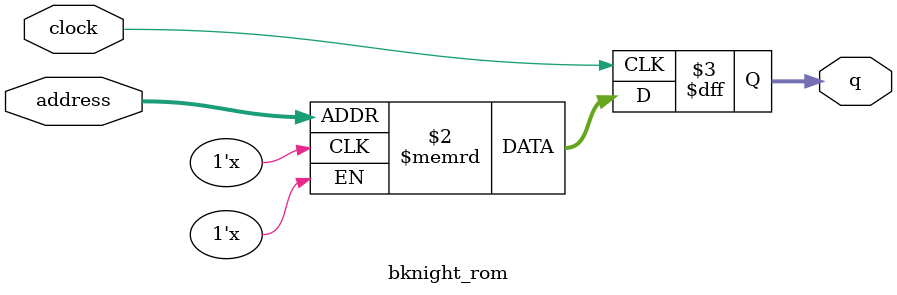
<source format=sv>
module bknight_rom (
	input logic clock,
	input logic [11:0] address,
	output logic [1:0] q
);

logic [1:0] memory [0:3024] /* synthesis ram_init_file = "./bknight/bknight.COE" */;

always_ff @ (posedge clock) begin
	q <= memory[address];
end

endmodule

</source>
